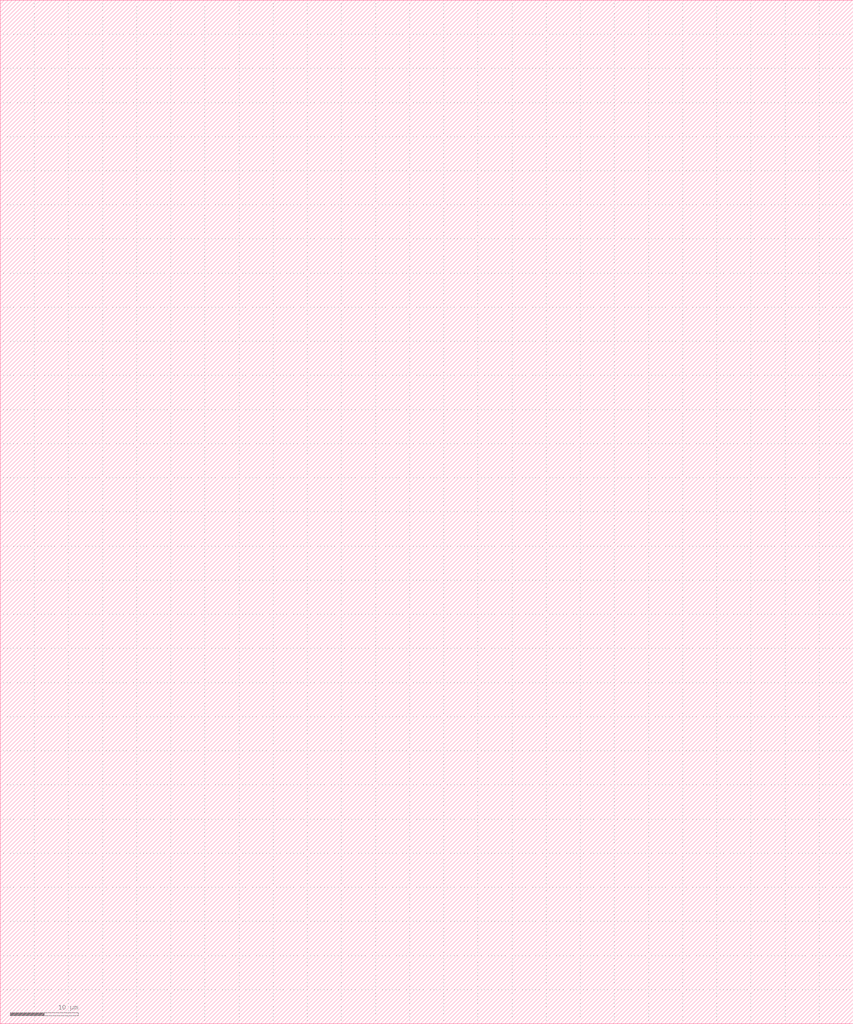
<source format=lef>
MACRO c5
     SIZE 23.4 BY 67.5 ;
END c5
 
MACRO c3
     SIZE 60.5 BY 40 ;
END c3
 
MACRO c4
     SIZE 125 BY 150 ;
END c4
 
MACRO c1
     SIZE 40 BY 90 ;
END c1
 
MACRO c2
     SIZE 22.5 BY 68.5 ;
END c2

END LIBRARY

</source>
